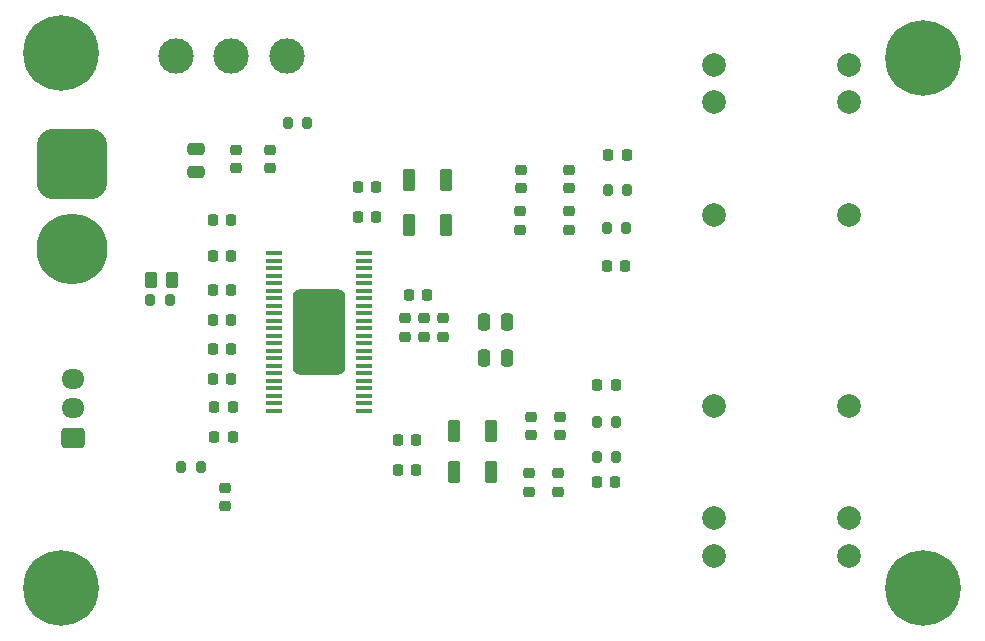
<source format=gbr>
%TF.GenerationSoftware,KiCad,Pcbnew,9.0.0*%
%TF.CreationDate,2025-03-24T15:54:36+01:00*%
%TF.ProjectId,Pcb_Ampli2,5063625f-416d-4706-9c69-322e6b696361,rev?*%
%TF.SameCoordinates,Original*%
%TF.FileFunction,Soldermask,Top*%
%TF.FilePolarity,Negative*%
%FSLAX46Y46*%
G04 Gerber Fmt 4.6, Leading zero omitted, Abs format (unit mm)*
G04 Created by KiCad (PCBNEW 9.0.0) date 2025-03-24 15:54:36*
%MOMM*%
%LPD*%
G01*
G04 APERTURE LIST*
G04 Aperture macros list*
%AMRoundRect*
0 Rectangle with rounded corners*
0 $1 Rounding radius*
0 $2 $3 $4 $5 $6 $7 $8 $9 X,Y pos of 4 corners*
0 Add a 4 corners polygon primitive as box body*
4,1,4,$2,$3,$4,$5,$6,$7,$8,$9,$2,$3,0*
0 Add four circle primitives for the rounded corners*
1,1,$1+$1,$2,$3*
1,1,$1+$1,$4,$5*
1,1,$1+$1,$6,$7*
1,1,$1+$1,$8,$9*
0 Add four rect primitives between the rounded corners*
20,1,$1+$1,$2,$3,$4,$5,0*
20,1,$1+$1,$4,$5,$6,$7,0*
20,1,$1+$1,$6,$7,$8,$9,0*
20,1,$1+$1,$8,$9,$2,$3,0*%
G04 Aperture macros list end*
%ADD10O,1.400000X0.399999*%
%ADD11O,0.450000X0.450000*%
%ADD12RoundRect,0.664500X-1.550500X-2.995500X1.550500X-2.995500X1.550500X2.995500X-1.550500X2.995500X0*%
%ADD13RoundRect,0.250000X0.250000X0.475000X-0.250000X0.475000X-0.250000X-0.475000X0.250000X-0.475000X0*%
%ADD14C,0.800000*%
%ADD15C,6.400000*%
%ADD16RoundRect,0.225000X-0.225000X-0.250000X0.225000X-0.250000X0.225000X0.250000X-0.225000X0.250000X0*%
%ADD17RoundRect,0.250000X0.725000X-0.600000X0.725000X0.600000X-0.725000X0.600000X-0.725000X-0.600000X0*%
%ADD18O,1.950000X1.700000*%
%ADD19RoundRect,0.200000X-0.200000X-0.275000X0.200000X-0.275000X0.200000X0.275000X-0.200000X0.275000X0*%
%ADD20RoundRect,0.225000X0.250000X-0.225000X0.250000X0.225000X-0.250000X0.225000X-0.250000X-0.225000X0*%
%ADD21RoundRect,0.250000X-0.262500X-0.450000X0.262500X-0.450000X0.262500X0.450000X-0.262500X0.450000X0*%
%ADD22RoundRect,0.250000X-0.275000X-0.700000X0.275000X-0.700000X0.275000X0.700000X-0.275000X0.700000X0*%
%ADD23RoundRect,0.225000X-0.250000X0.225000X-0.250000X-0.225000X0.250000X-0.225000X0.250000X0.225000X0*%
%ADD24RoundRect,0.250000X-0.475000X0.250000X-0.475000X-0.250000X0.475000X-0.250000X0.475000X0.250000X0*%
%ADD25RoundRect,0.225000X0.225000X0.250000X-0.225000X0.250000X-0.225000X-0.250000X0.225000X-0.250000X0*%
%ADD26C,2.006600*%
%ADD27RoundRect,1.500000X-1.500000X1.500000X-1.500000X-1.500000X1.500000X-1.500000X1.500000X1.500000X0*%
%ADD28C,6.000000*%
%ADD29C,3.000000*%
G04 APERTURE END LIST*
D10*
%TO.C,TPA1*%
X98500000Y-66665000D03*
X98500000Y-67300000D03*
X98500000Y-67935000D03*
X98500000Y-68570000D03*
X98500000Y-69205000D03*
X98500000Y-69840000D03*
X98500000Y-70475000D03*
X98500000Y-71110000D03*
X98500000Y-71745000D03*
X98500000Y-72380000D03*
X98500000Y-73015000D03*
X98500000Y-73650000D03*
X98500000Y-74285000D03*
X98500000Y-74920000D03*
X98500000Y-75555000D03*
X98500000Y-76190000D03*
X98500000Y-76825000D03*
X98500000Y-77460000D03*
X98500000Y-78095000D03*
X98500000Y-78730000D03*
X98500000Y-79365000D03*
X98500000Y-80000000D03*
X106100000Y-80000000D03*
X106100000Y-79365000D03*
X106100000Y-78730000D03*
X106100000Y-78095000D03*
X106100000Y-77460000D03*
X106100000Y-76825000D03*
X106100000Y-76190000D03*
X106100000Y-75555000D03*
X106100000Y-74920000D03*
X106100000Y-74285000D03*
X106100000Y-73650000D03*
X106100000Y-73015000D03*
X106100000Y-72380000D03*
X106100000Y-71745000D03*
X106100000Y-71110000D03*
X106100000Y-70475000D03*
X106100000Y-69840000D03*
X106100000Y-69205000D03*
X106100000Y-68570000D03*
X106100000Y-67935000D03*
X106100000Y-67300000D03*
X106100000Y-66665000D03*
D11*
X100871000Y-70132500D03*
X100871000Y-71232500D03*
X100871000Y-72332500D03*
X100871000Y-73332500D03*
X100871000Y-74332500D03*
X100871000Y-75432500D03*
X100871000Y-76532500D03*
X101807000Y-70142500D03*
X101807000Y-71242500D03*
X101807000Y-72352500D03*
X101807000Y-73342500D03*
X101807000Y-74342500D03*
X101807000Y-75442500D03*
X101807000Y-76542500D03*
D12*
X102300000Y-73332500D03*
D11*
X102793000Y-70142500D03*
X102793000Y-71242500D03*
X102793000Y-72342500D03*
X102793000Y-73342500D03*
X102793000Y-74342500D03*
X102793000Y-75442500D03*
X102793000Y-76542500D03*
X103729000Y-70142500D03*
X103729000Y-71242500D03*
X103729000Y-72342500D03*
X103729000Y-73342500D03*
X103729000Y-74342500D03*
X103729000Y-75442500D03*
X103729000Y-76542500D03*
%TD*%
D13*
%TO.C,C22*%
X118200000Y-75510000D03*
X116300000Y-75510000D03*
%TD*%
D14*
%TO.C,H4*%
X151100000Y-95000000D03*
X151802944Y-93302944D03*
X151802944Y-96697056D03*
X153500000Y-92600000D03*
D15*
X153500000Y-95000000D03*
D14*
X153500000Y-97400000D03*
X155197056Y-93302944D03*
X155197056Y-96697056D03*
X155900000Y-95000000D03*
%TD*%
D16*
%TO.C,C33*%
X125900000Y-77820000D03*
X127450000Y-77820000D03*
%TD*%
D14*
%TO.C,H1*%
X78100000Y-49700000D03*
X78802944Y-48002944D03*
X78802944Y-51397056D03*
X80500000Y-47300000D03*
D15*
X80500000Y-49700000D03*
D14*
X80500000Y-52100000D03*
X82197056Y-48002944D03*
X82197056Y-51397056D03*
X82900000Y-49700000D03*
%TD*%
%TO.C,H2*%
X151100000Y-50100000D03*
X151802944Y-48402944D03*
X151802944Y-51797056D03*
X153500000Y-47700000D03*
D15*
X153500000Y-50100000D03*
D14*
X153500000Y-52500000D03*
X155197056Y-48402944D03*
X155197056Y-51797056D03*
X155900000Y-50100000D03*
%TD*%
D17*
%TO.C,J5*%
X81500000Y-82300000D03*
D18*
X81500000Y-79800000D03*
X81500000Y-77300000D03*
%TD*%
D19*
%TO.C,R6*%
X126775000Y-61300000D03*
X128425000Y-61300000D03*
%TD*%
D20*
%TO.C,C29*%
X120300000Y-82075000D03*
X120300000Y-80525000D03*
%TD*%
D21*
%TO.C,R7*%
X88087500Y-68900000D03*
X89912500Y-68900000D03*
%TD*%
D16*
%TO.C,C6*%
X93325000Y-69790000D03*
X94875000Y-69790000D03*
%TD*%
D22*
%TO.C,L4*%
X113750000Y-85200000D03*
X116900000Y-85200000D03*
%TD*%
D20*
%TO.C,C32*%
X122600000Y-86850000D03*
X122600000Y-85300000D03*
%TD*%
D23*
%TO.C,C17*%
X109600000Y-72175000D03*
X109600000Y-73725000D03*
%TD*%
D14*
%TO.C,H3*%
X78100000Y-95000000D03*
X78802944Y-93302944D03*
X78802944Y-96697056D03*
X80500000Y-92600000D03*
D15*
X80500000Y-95000000D03*
D14*
X80500000Y-97400000D03*
X82197056Y-93302944D03*
X82197056Y-96697056D03*
X82900000Y-95000000D03*
%TD*%
D24*
%TO.C,C5*%
X91900000Y-57850000D03*
X91900000Y-59750000D03*
%TD*%
D13*
%TO.C,C21*%
X118200000Y-72500000D03*
X116300000Y-72500000D03*
%TD*%
D20*
%TO.C,C18*%
X112800000Y-73725000D03*
X112800000Y-72175000D03*
%TD*%
D25*
%TO.C,C28*%
X128250000Y-67780000D03*
X126700000Y-67780000D03*
%TD*%
D19*
%TO.C,R9*%
X125850000Y-80990000D03*
X127500000Y-80990000D03*
%TD*%
D16*
%TO.C,C14*%
X105625000Y-63600000D03*
X107175000Y-63600000D03*
%TD*%
D19*
%TO.C,R5*%
X126675000Y-64500000D03*
X128325000Y-64500000D03*
%TD*%
%TO.C,R1*%
X99675000Y-55600000D03*
X101325000Y-55600000D03*
%TD*%
%TO.C,R10*%
X125850000Y-83900000D03*
X127500000Y-83900000D03*
%TD*%
D20*
%TO.C,C23*%
X119400000Y-61175000D03*
X119400000Y-59625000D03*
%TD*%
D25*
%TO.C,C34*%
X127400000Y-86000000D03*
X125850000Y-86000000D03*
%TD*%
D20*
%TO.C,C31*%
X122700000Y-82075000D03*
X122700000Y-80525000D03*
%TD*%
%TO.C,C24*%
X119300000Y-64675000D03*
X119300000Y-63125000D03*
%TD*%
D16*
%TO.C,C3*%
X93325000Y-63810000D03*
X94875000Y-63810000D03*
%TD*%
%TO.C,C4*%
X93325000Y-66910000D03*
X94875000Y-66910000D03*
%TD*%
D22*
%TO.C,L1*%
X109925000Y-60500000D03*
X113075000Y-60500000D03*
%TD*%
D16*
%TO.C,C13*%
X105625000Y-61090000D03*
X107175000Y-61090000D03*
%TD*%
%TO.C,C15*%
X109925000Y-70190000D03*
X111475000Y-70190000D03*
%TD*%
%TO.C,C7*%
X93325000Y-72300000D03*
X94875000Y-72300000D03*
%TD*%
D19*
%TO.C,R2*%
X90675000Y-84800000D03*
X92325000Y-84800000D03*
%TD*%
D23*
%TO.C,C1*%
X95300000Y-57925000D03*
X95300000Y-59475000D03*
%TD*%
D16*
%TO.C,C20*%
X109025000Y-85000000D03*
X110575000Y-85000000D03*
%TD*%
D26*
%TO.C,J2*%
X135770000Y-53900008D03*
X147200000Y-53900008D03*
X135770000Y-50700000D03*
X147200000Y-50700000D03*
X135770000Y-63400000D03*
X147200000Y-63400000D03*
%TD*%
D16*
%TO.C,C9*%
X93325000Y-77320000D03*
X94875000Y-77320000D03*
%TD*%
D20*
%TO.C,C25*%
X123525000Y-61150000D03*
X123525000Y-59600000D03*
%TD*%
D27*
%TO.C,J1*%
X81400000Y-59100000D03*
D28*
X81400000Y-66300000D03*
%TD*%
D16*
%TO.C,C19*%
X109025000Y-82490000D03*
X110575000Y-82490000D03*
%TD*%
D22*
%TO.C,L2*%
X109925000Y-64300000D03*
X113075000Y-64300000D03*
%TD*%
D26*
%TO.C,J3*%
X147181600Y-89058888D03*
X135751600Y-89058888D03*
X147181600Y-92258896D03*
X135751600Y-92258896D03*
X147181600Y-79558896D03*
X135751600Y-79558896D03*
%TD*%
D16*
%TO.C,C8*%
X93325000Y-74810000D03*
X94875000Y-74810000D03*
%TD*%
%TO.C,C27*%
X126825000Y-58380000D03*
X128375000Y-58380000D03*
%TD*%
D23*
%TO.C,C2*%
X98200000Y-57925000D03*
X98200000Y-59475000D03*
%TD*%
D29*
%TO.C,SW1*%
X99600000Y-50000000D03*
X94900000Y-50000000D03*
X90200000Y-50000000D03*
%TD*%
D20*
%TO.C,C26*%
X123525000Y-64675000D03*
X123525000Y-63125000D03*
%TD*%
D16*
%TO.C,C10*%
X93450000Y-79700000D03*
X95000000Y-79700000D03*
%TD*%
D19*
%TO.C,R8*%
X88050000Y-70600000D03*
X89700000Y-70600000D03*
%TD*%
D20*
%TO.C,C30*%
X120100000Y-86850000D03*
X120100000Y-85300000D03*
%TD*%
D16*
%TO.C,C11*%
X93450000Y-82210000D03*
X95000000Y-82210000D03*
%TD*%
D20*
%TO.C,C16*%
X111200000Y-73725000D03*
X111200000Y-72175000D03*
%TD*%
D22*
%TO.C,L3*%
X113750000Y-81750000D03*
X116900000Y-81750000D03*
%TD*%
D20*
%TO.C,C12*%
X94400000Y-88050000D03*
X94400000Y-86500000D03*
%TD*%
M02*

</source>
